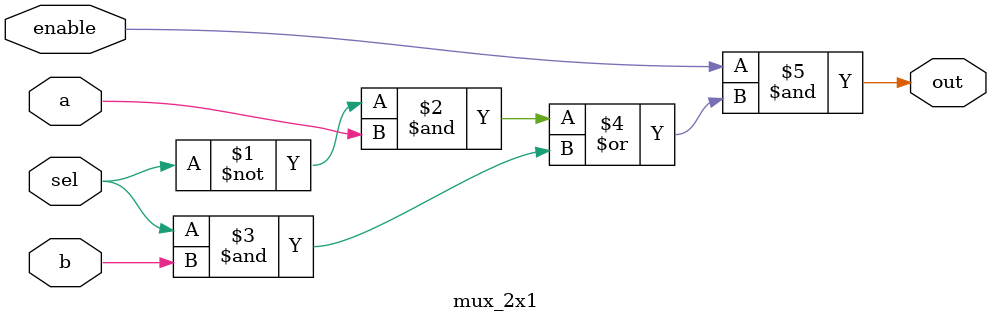
<source format=v>
`timescale 1ns / 1ps

module mux_2x1(a,b,sel,enable,out);
	input a,b,sel,enable;
	output out;
	assign out = enable & (( ~sel & a ) | ( sel & b ));
endmodule

</source>
